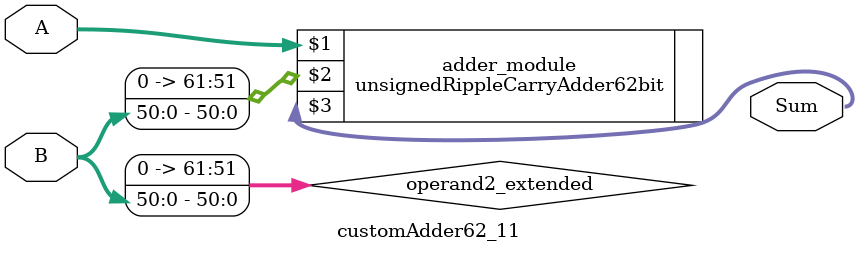
<source format=v>
module customAdder62_11(
                        input [61 : 0] A,
                        input [50 : 0] B,
                        
                        output [62 : 0] Sum
                );

        wire [61 : 0] operand2_extended;
        
        assign operand2_extended =  {11'b0, B};
        
        unsignedRippleCarryAdder62bit adder_module(
            A,
            operand2_extended,
            Sum
        );
        
        endmodule
        
</source>
